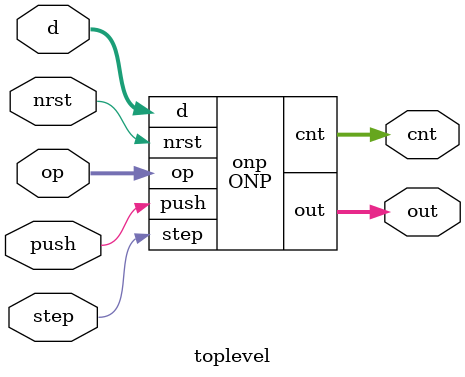
<source format=sv>
module memory(
  input wr, clk,
  input [9:0] rdaddr, wraddr,
  input [15:0] in,
  output [15:0] out
);
  logic [15:0] mem [0:1023];
  assign out = mem[rdaddr];
	always_ff @(posedge clk)
		if (wr) mem[wraddr] <= in;
endmodule


module ONP(input nrst, step, push, input [15:0] d, input [1:0] op,
               output logic [15:0] out, output logic [9:0] cnt);
  
  logic [15:0] temp;
  memory RAM(push, step, cnt - 1, cnt, out, temp);
  
  always_ff @(posedge step or negedge nrst) begin
    if(!nrst) begin out <= 0; cnt <= 0; end
    else if(push) begin out <= d; cnt <= cnt + 1; end
	else if(op == 2'b01) out <= -out;
    else if(op == 2'b10) begin out <= out + temp; cnt <= cnt - 1;end
    else if(op == 2'b11) begin out <= out * temp; cnt <= cnt - 1; end
  end

endmodule


module toplevel(input nrst, step, push, input [15:0] d, input [1:0] op,
                output logic [15:0] out, output logic [9:0] cnt);
  ONP onp(nrst, step, push, d, op, out, cnt);
endmodule
</source>
